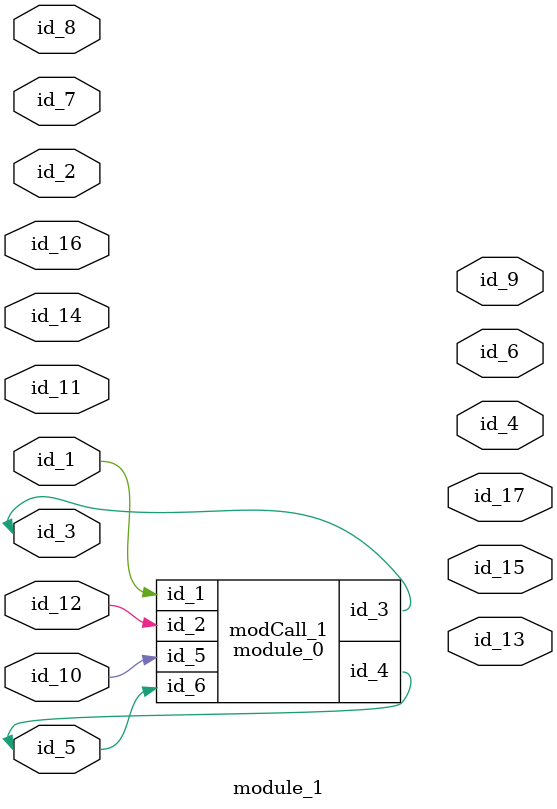
<source format=v>
module module_0 (
    id_1,
    id_2,
    id_3,
    id_4,
    id_5,
    id_6
);
  input wire id_6;
  input wire id_5;
  output wire id_4;
  output wire id_3;
  input wire id_2;
  input wire id_1;
endmodule
module module_1 (
    id_1,
    id_2,
    id_3,
    id_4,
    id_5,
    id_6,
    id_7,
    id_8,
    id_9,
    id_10,
    id_11,
    id_12,
    id_13,
    id_14,
    id_15,
    id_16,
    id_17
);
  output wire id_17;
  inout wire id_16;
  output wire id_15;
  input wire id_14;
  output wire id_13;
  inout wire id_12;
  input wire id_11;
  input wire id_10;
  output wire id_9;
  inout wire id_8;
  input wire id_7;
  output wire id_6;
  inout wire id_5;
  output wire id_4;
  inout wire id_3;
  input wire id_2;
  input wire id_1;
  module_0 modCall_1 (
      id_1,
      id_12,
      id_3,
      id_5,
      id_10,
      id_5
  );
endmodule

</source>
